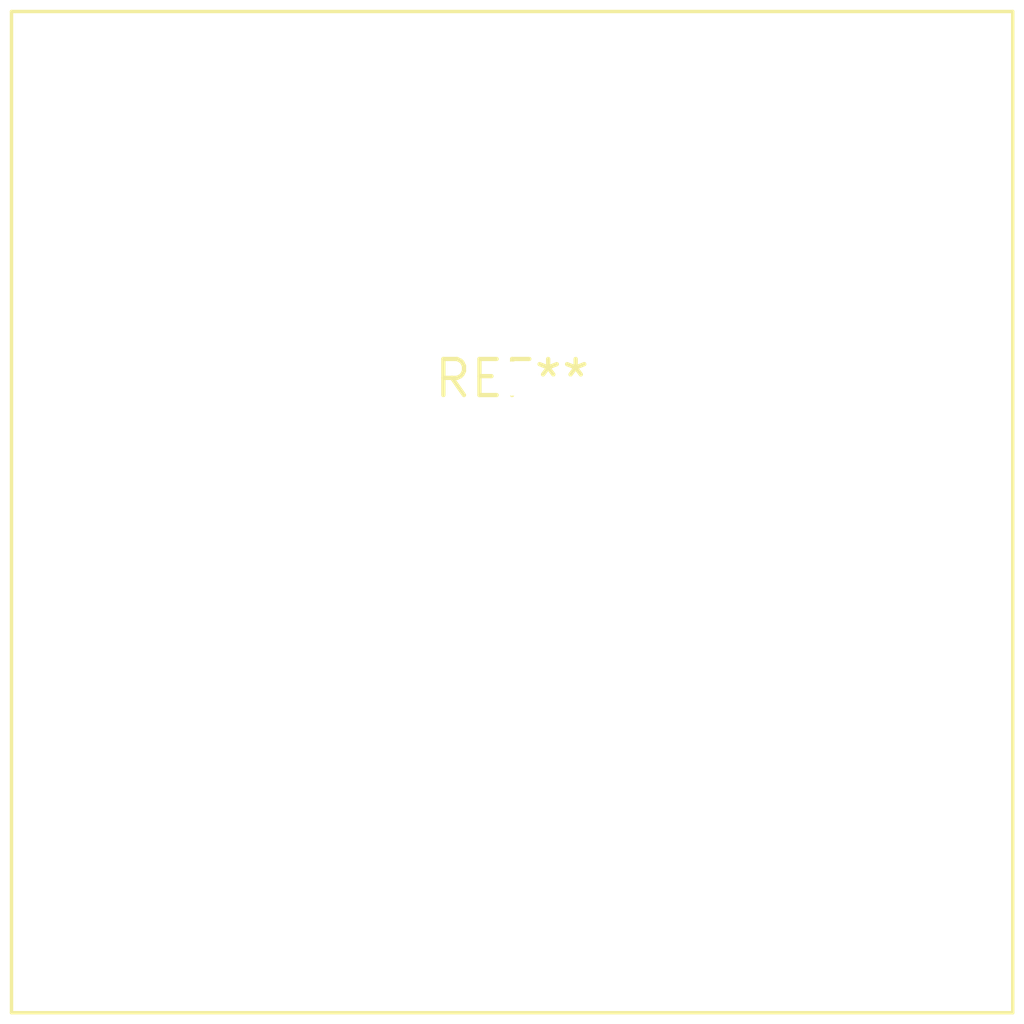
<source format=kicad_pcb>
(kicad_pcb (version 20240108) (generator pcbnew)
  (layers (0 "F.Cu" signal) (31 "B.Cu" signal) (34 "B.Paste" user) (35 "F.Paste" user) (36 "B.SilkS" user "B.Silkscreen") (37 "F.SilkS" user "F.Silkscreen") (38 "B.Mask" user) (39 "F.Mask" user) (44 "Edge.Cuts" user))
  (net 0 "")
  (footprint "Astrocast_AST50127-00" (layer "F.Cu") (at 0 0)
    (property "Reference" "REF**")
    (property "Value" "Astrocast_AST50127-00")
    (fp_line (start -17.62 -12.92) (end 17.62 -12.92) (layer "F.SilkS") (stroke (width 0.12)))
    (fp_line (start -17.62 22.32) (end -17.62 -12.92) (layer "F.SilkS") (stroke (width 0.12)))
    (fp_line (start 17.62 -12.92) (end 17.62 22.32) (layer "F.SilkS") (stroke (width 0.12)))
    (fp_line (start 17.62 22.32) (end -17.62 22.32) (layer "F.SilkS") (stroke (width 0.12)))
    (pad "1" thru_hole circle (at 0 0) (size 1.6 1.6) (drill 1.2) (layers *.Cu *.Mask) (remove_unused_layers))
  )
)
</source>
